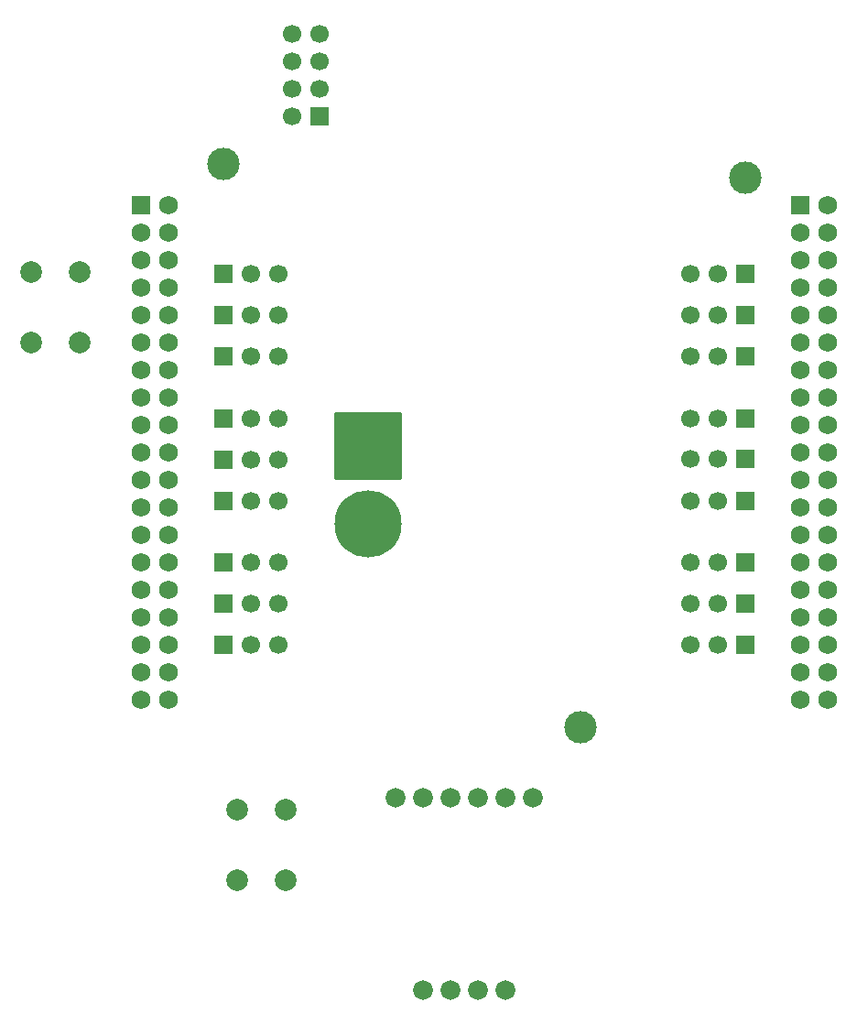
<source format=gbr>
%TF.GenerationSoftware,KiCad,Pcbnew,9.0.2*%
%TF.CreationDate,2025-07-18T09:27:23+08:00*%
%TF.ProjectId,Pathfinder,50617468-6669-46e6-9465-722e6b696361,rev?*%
%TF.SameCoordinates,Original*%
%TF.FileFunction,Soldermask,Bot*%
%TF.FilePolarity,Negative*%
%FSLAX46Y46*%
G04 Gerber Fmt 4.6, Leading zero omitted, Abs format (unit mm)*
G04 Created by KiCad (PCBNEW 9.0.2) date 2025-07-18 09:27:23*
%MOMM*%
%LPD*%
G01*
G04 APERTURE LIST*
G04 Aperture macros list*
%AMRoundRect*
0 Rectangle with rounded corners*
0 $1 Rounding radius*
0 $2 $3 $4 $5 $6 $7 $8 $9 X,Y pos of 4 corners*
0 Add a 4 corners polygon primitive as box body*
4,1,4,$2,$3,$4,$5,$6,$7,$8,$9,$2,$3,0*
0 Add four circle primitives for the rounded corners*
1,1,$1+$1,$2,$3*
1,1,$1+$1,$4,$5*
1,1,$1+$1,$6,$7*
1,1,$1+$1,$8,$9*
0 Add four rect primitives between the rounded corners*
20,1,$1+$1,$2,$3,$4,$5,0*
20,1,$1+$1,$4,$5,$6,$7,0*
20,1,$1+$1,$6,$7,$8,$9,0*
20,1,$1+$1,$8,$9,$2,$3,0*%
G04 Aperture macros list end*
%ADD10C,3.000000*%
%ADD11RoundRect,0.102000X-0.765000X-0.765000X0.765000X-0.765000X0.765000X0.765000X-0.765000X0.765000X0*%
%ADD12C,1.734000*%
%ADD13C,2.000000*%
%ADD14R,1.700000X1.700000*%
%ADD15C,1.700000*%
%ADD16C,6.204000*%
%ADD17RoundRect,0.102000X-3.000000X3.000000X-3.000000X-3.000000X3.000000X-3.000000X3.000000X3.000000X0*%
%ADD18C,1.829000*%
G04 APERTURE END LIST*
D10*
%TO.C,U1*%
X126365000Y-78105000D03*
X159385000Y-130175000D03*
X174625000Y-79375000D03*
D11*
X118745000Y-81915000D03*
D12*
X121285000Y-81915000D03*
X118745000Y-84455000D03*
X121285000Y-84455000D03*
X118745000Y-86995000D03*
X121285000Y-86995000D03*
X118745000Y-89535000D03*
X121285000Y-89535000D03*
X118745000Y-92075000D03*
X121285000Y-92075000D03*
X118745000Y-94615000D03*
X121285000Y-94615000D03*
X118745000Y-97155000D03*
X121285000Y-97155000D03*
X118745000Y-99695000D03*
X121285000Y-99695000D03*
X118745000Y-102235000D03*
X121285000Y-102235000D03*
X118745000Y-104775000D03*
X121285000Y-104775000D03*
X118745000Y-107315000D03*
X121285000Y-107315000D03*
X118745000Y-109855000D03*
X121285000Y-109855000D03*
X118745000Y-112395000D03*
X121285000Y-112395000D03*
X118745000Y-114935000D03*
X121285000Y-114935000D03*
X118745000Y-117475000D03*
X121285000Y-117475000D03*
X118745000Y-120015000D03*
X121285000Y-120015000D03*
X118745000Y-122555000D03*
X121285000Y-122555000D03*
X118745000Y-125095000D03*
X121285000Y-125095000D03*
X118745000Y-127635000D03*
X121285000Y-127635000D03*
D11*
X179705000Y-81915000D03*
D12*
X182245000Y-81915000D03*
X179705000Y-84455000D03*
X182245000Y-84455000D03*
X179705000Y-86995000D03*
X182245000Y-86995000D03*
X179705000Y-89535000D03*
X182245000Y-89535000D03*
X179705000Y-92075000D03*
X182245000Y-92075000D03*
X179705000Y-94615000D03*
X182245000Y-94615000D03*
X179705000Y-97155000D03*
X182245000Y-97155000D03*
X179705000Y-99695000D03*
X182245000Y-99695000D03*
X179705000Y-102235000D03*
X182245000Y-102235000D03*
X179705000Y-104775000D03*
X182245000Y-104775000D03*
X179705000Y-107315000D03*
X182245000Y-107315000D03*
X179705000Y-109855000D03*
X182245000Y-109855000D03*
X179705000Y-112395000D03*
X182245000Y-112395000D03*
X179705000Y-114935000D03*
X182245000Y-114935000D03*
X179705000Y-117475000D03*
X182245000Y-117475000D03*
X179705000Y-120015000D03*
X182245000Y-120015000D03*
X179705000Y-122555000D03*
X182245000Y-122555000D03*
X179705000Y-125095000D03*
X182245000Y-125095000D03*
X179705000Y-127635000D03*
X182245000Y-127635000D03*
%TD*%
D13*
%TO.C,SW2*%
X113085000Y-88115000D03*
X113085000Y-94615000D03*
X108585000Y-88115000D03*
X108585000Y-94615000D03*
%TD*%
D14*
%TO.C,Coxa2*%
X126365000Y-88265000D03*
D15*
X128905000Y-88265000D03*
X131445000Y-88265000D03*
%TD*%
D14*
%TO.C,Femur1*%
X126365000Y-105410000D03*
D15*
X128905000Y-105410000D03*
X131445000Y-105410000D03*
%TD*%
D14*
%TO.C,Tibia5*%
X126365000Y-122555000D03*
D15*
X128905000Y-122555000D03*
X131445000Y-122555000D03*
%TD*%
D14*
%TO.C,Tibia1*%
X126365000Y-109220000D03*
D15*
X128905000Y-109220000D03*
X131445000Y-109220000D03*
%TD*%
D14*
%TO.C,U2*%
X135255000Y-73660000D03*
D15*
X132715000Y-73660000D03*
X135255000Y-71120000D03*
X132715000Y-71120000D03*
X135255000Y-68580000D03*
X132715000Y-68580000D03*
X135255000Y-66040000D03*
X132715000Y-66040000D03*
%TD*%
D14*
%TO.C,Femur3*%
X174625000Y-92060000D03*
D15*
X172085000Y-92060000D03*
X169545000Y-92060000D03*
%TD*%
D14*
%TO.C,Coxa4*%
X174625000Y-101600000D03*
D15*
X172085000Y-101600000D03*
X169545000Y-101600000D03*
%TD*%
D13*
%TO.C,SW1*%
X132135000Y-137795000D03*
X132135000Y-144295000D03*
X127635000Y-137795000D03*
X127635000Y-144295000D03*
%TD*%
D14*
%TO.C,Coxa5*%
X126365000Y-114935000D03*
D15*
X128905000Y-114935000D03*
X131445000Y-114935000D03*
%TD*%
D14*
%TO.C,Tibia3*%
X174625000Y-95885000D03*
D15*
X172085000Y-95885000D03*
X169545000Y-95885000D03*
%TD*%
D14*
%TO.C,Tibia2*%
X126365000Y-95885000D03*
D15*
X128905000Y-95885000D03*
X131445000Y-95885000D03*
%TD*%
D16*
%TO.C,J1*%
X139700000Y-111340000D03*
D17*
X139700000Y-104140000D03*
%TD*%
D14*
%TO.C,Coxa3*%
X174625000Y-88265000D03*
D15*
X172085000Y-88265000D03*
X169545000Y-88265000D03*
%TD*%
D14*
%TO.C,Femur6*%
X174625000Y-118745000D03*
D15*
X172085000Y-118745000D03*
X169545000Y-118745000D03*
%TD*%
D14*
%TO.C,Femur4*%
X174625000Y-105395000D03*
D15*
X172085000Y-105395000D03*
X169545000Y-105395000D03*
%TD*%
D18*
%TO.C,Bno055*%
X152400000Y-136652000D03*
X144780000Y-154432000D03*
X149860000Y-136652000D03*
X147320000Y-154432000D03*
X152400000Y-154432000D03*
X149860000Y-154432000D03*
X142240000Y-136652000D03*
X144780000Y-136652000D03*
X147320000Y-136652000D03*
X154940000Y-136652000D03*
%TD*%
D14*
%TO.C,Tibia4*%
X174625000Y-109220000D03*
D15*
X172085000Y-109220000D03*
X169545000Y-109220000D03*
%TD*%
D14*
%TO.C,Coxa6*%
X174625000Y-114935000D03*
D15*
X172085000Y-114935000D03*
X169545000Y-114935000D03*
%TD*%
D14*
%TO.C,Coxa1*%
X126365000Y-101600000D03*
D15*
X128905000Y-101600000D03*
X131445000Y-101600000D03*
%TD*%
D14*
%TO.C,Tibia6*%
X174625000Y-122555000D03*
D15*
X172085000Y-122555000D03*
X169545000Y-122555000D03*
%TD*%
D14*
%TO.C,Femur5*%
X126365000Y-118745000D03*
D15*
X128905000Y-118745000D03*
X131445000Y-118745000D03*
%TD*%
D14*
%TO.C,Femur2*%
X126365000Y-92075000D03*
D15*
X128905000Y-92075000D03*
X131445000Y-92075000D03*
%TD*%
M02*

</source>
